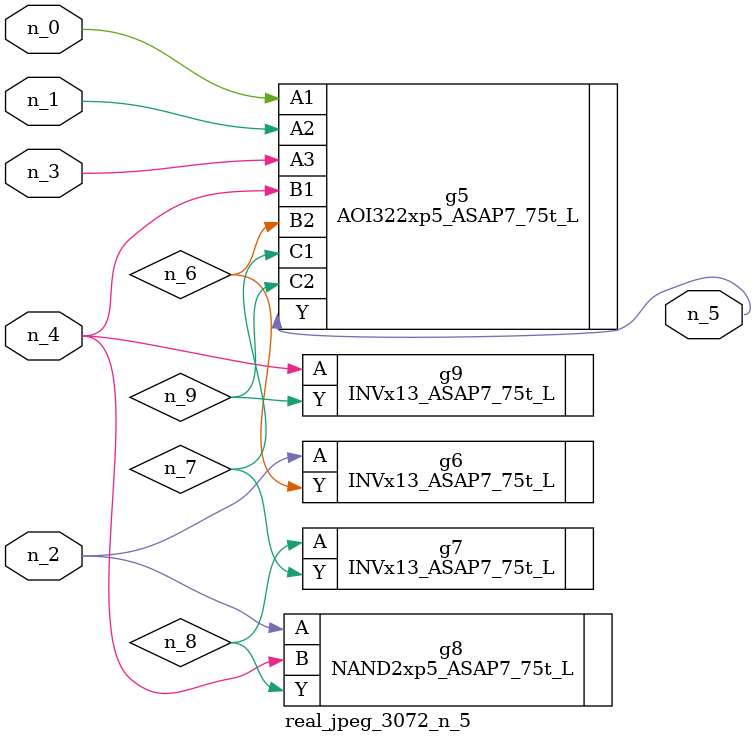
<source format=v>
module real_jpeg_3072_n_5 (n_4, n_0, n_1, n_2, n_3, n_5);

input n_4;
input n_0;
input n_1;
input n_2;
input n_3;

output n_5;

wire n_8;
wire n_6;
wire n_7;
wire n_9;

AOI322xp5_ASAP7_75t_L g5 ( 
.A1(n_0),
.A2(n_1),
.A3(n_3),
.B1(n_4),
.B2(n_6),
.C1(n_7),
.C2(n_9),
.Y(n_5)
);

INVx13_ASAP7_75t_L g6 ( 
.A(n_2),
.Y(n_6)
);

NAND2xp5_ASAP7_75t_L g8 ( 
.A(n_2),
.B(n_4),
.Y(n_8)
);

INVx13_ASAP7_75t_L g9 ( 
.A(n_4),
.Y(n_9)
);

INVx13_ASAP7_75t_L g7 ( 
.A(n_8),
.Y(n_7)
);


endmodule
</source>
